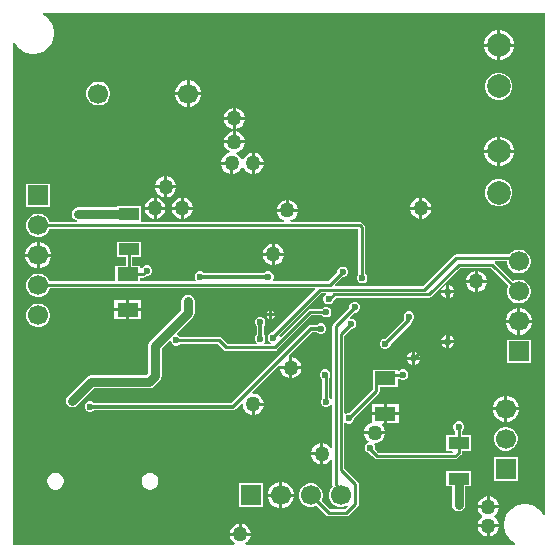
<source format=gbl>
G04*
G04 #@! TF.GenerationSoftware,Altium Limited,Altium Designer,22.8.2 (66)*
G04*
G04 Layer_Physical_Order=2*
G04 Layer_Color=16711680*
%FSLAX44Y44*%
%MOMM*%
G71*
G04*
G04 #@! TF.SameCoordinates,050CC896-B192-49FC-821C-D45D8B1C7AEE*
G04*
G04*
G04 #@! TF.FilePolarity,Positive*
G04*
G01*
G75*
%ADD11C,0.2540*%
%ADD22R,1.8000X1.1500*%
%ADD30R,1.8000X1.0000*%
%ADD60C,0.3000*%
%ADD61C,0.8000*%
%ADD62C,1.7000*%
%ADD63R,1.7000X1.7000*%
%ADD64C,2.0000*%
%ADD65R,1.7000X1.7000*%
%ADD66C,0.2000*%
%ADD67C,0.6000*%
%ADD68C,1.2700*%
G36*
X950000Y475111D02*
X948730Y474859D01*
X948544Y475308D01*
X946624Y478181D01*
X944181Y480624D01*
X941308Y482544D01*
X938116Y483866D01*
X934727Y484540D01*
X931273D01*
X927884Y483866D01*
X924692Y482544D01*
X921819Y480624D01*
X919376Y478181D01*
X917456Y475308D01*
X916134Y472116D01*
X915460Y468727D01*
Y465272D01*
X916134Y461884D01*
X917456Y458692D01*
X919376Y455819D01*
X921819Y453376D01*
X924692Y451456D01*
X925141Y451270D01*
X924889Y450000D01*
X696731D01*
X696391Y451270D01*
X697459Y451886D01*
X699114Y453541D01*
X700284Y455569D01*
X700863Y457730D01*
X683137D01*
X683716Y455569D01*
X684886Y453541D01*
X686541Y451886D01*
X687609Y451270D01*
X687269Y450000D01*
X500000D01*
Y874889D01*
X501270Y875141D01*
X501456Y874692D01*
X503376Y871819D01*
X505819Y869376D01*
X508692Y867456D01*
X511884Y866134D01*
X515272Y865460D01*
X518727D01*
X522116Y866134D01*
X525308Y867456D01*
X528181Y869376D01*
X530624Y871819D01*
X532544Y874692D01*
X533866Y877884D01*
X534540Y881273D01*
Y884727D01*
X533866Y888116D01*
X532544Y891308D01*
X530624Y894181D01*
X528181Y896624D01*
X525308Y898544D01*
X524859Y898730D01*
X525111Y900000D01*
X950000D01*
Y475111D01*
D02*
G37*
%LPC*%
G36*
X912651Y885540D02*
X912270D01*
Y874270D01*
X923540D01*
Y874651D01*
X922685Y877840D01*
X921034Y880700D01*
X918700Y883035D01*
X915840Y884685D01*
X912651Y885540D01*
D02*
G37*
G36*
X909730D02*
X909349D01*
X906160Y884685D01*
X903300Y883035D01*
X900965Y880700D01*
X899315Y877840D01*
X898460Y874651D01*
Y874270D01*
X909730D01*
Y885540D01*
D02*
G37*
G36*
X923540Y871730D02*
X912270D01*
Y860460D01*
X912651D01*
X915840Y861315D01*
X918700Y862965D01*
X921034Y865300D01*
X922685Y868160D01*
X923540Y871349D01*
Y871730D01*
D02*
G37*
G36*
X909730D02*
X898460D01*
Y871349D01*
X899315Y868160D01*
X900965Y865300D01*
X903300Y862965D01*
X906160Y861315D01*
X909349Y860460D01*
X909730D01*
Y871730D01*
D02*
G37*
G36*
X649453Y843040D02*
X649270D01*
Y833270D01*
X659040D01*
Y833454D01*
X658288Y836261D01*
X656834Y838779D01*
X654779Y840834D01*
X652261Y842288D01*
X649453Y843040D01*
D02*
G37*
G36*
X646730D02*
X646547D01*
X643739Y842288D01*
X641221Y840834D01*
X639166Y838779D01*
X637712Y836261D01*
X636960Y833454D01*
Y833270D01*
X646730D01*
Y843040D01*
D02*
G37*
G36*
X912517Y849520D02*
X909483D01*
X906553Y848735D01*
X903926Y847218D01*
X901782Y845073D01*
X900265Y842447D01*
X899480Y839517D01*
Y836483D01*
X900265Y833553D01*
X901782Y830927D01*
X903926Y828782D01*
X906553Y827265D01*
X909483Y826480D01*
X912517D01*
X915447Y827265D01*
X918074Y828782D01*
X920218Y830927D01*
X921735Y833553D01*
X922520Y836483D01*
Y839517D01*
X921735Y842447D01*
X920218Y845073D01*
X918074Y847218D01*
X915447Y848735D01*
X912517Y849520D01*
D02*
G37*
G36*
X573319Y842020D02*
X570681D01*
X568132Y841337D01*
X565848Y840018D01*
X563982Y838152D01*
X562663Y835868D01*
X561980Y833319D01*
Y830681D01*
X562663Y828132D01*
X563982Y825848D01*
X565848Y823982D01*
X568132Y822663D01*
X570681Y821980D01*
X573319D01*
X575868Y822663D01*
X578152Y823982D01*
X580018Y825848D01*
X581337Y828132D01*
X582020Y830681D01*
Y833319D01*
X581337Y835868D01*
X580018Y838152D01*
X578152Y840018D01*
X575868Y841337D01*
X573319Y842020D01*
D02*
G37*
G36*
X659040Y830730D02*
X649270D01*
Y820960D01*
X649453D01*
X652261Y821712D01*
X654779Y823166D01*
X656834Y825221D01*
X658288Y827739D01*
X659040Y830547D01*
Y830730D01*
D02*
G37*
G36*
X646730D02*
X636960D01*
Y830547D01*
X637712Y827739D01*
X639166Y825221D01*
X641221Y823166D01*
X643739Y821712D01*
X646547Y820960D01*
X646730D01*
Y830730D01*
D02*
G37*
G36*
X688270Y819863D02*
Y812270D01*
X695863D01*
X695284Y814431D01*
X694114Y816459D01*
X692459Y818114D01*
X690431Y819284D01*
X688270Y819863D01*
D02*
G37*
G36*
X685730D02*
X683569Y819284D01*
X681541Y818114D01*
X679886Y816459D01*
X678716Y814431D01*
X678137Y812270D01*
X685730D01*
Y819863D01*
D02*
G37*
G36*
X695863Y809730D02*
X688270D01*
Y802137D01*
X690431Y802716D01*
X692459Y803886D01*
X694114Y805541D01*
X695284Y807569D01*
X695863Y809730D01*
D02*
G37*
G36*
X685730D02*
X678137D01*
X678716Y807569D01*
X679886Y805541D01*
X681541Y803886D01*
X683569Y802716D01*
X685730Y802137D01*
Y809730D01*
D02*
G37*
G36*
X688270Y799863D02*
Y792270D01*
X695863D01*
X695284Y794431D01*
X694114Y796459D01*
X692459Y798114D01*
X690431Y799284D01*
X688270Y799863D01*
D02*
G37*
G36*
X685730D02*
X683569Y799284D01*
X681541Y798114D01*
X679886Y796459D01*
X678716Y794431D01*
X678137Y792270D01*
X685730D01*
Y799863D01*
D02*
G37*
G36*
X912651Y795540D02*
X912270D01*
Y784270D01*
X923540D01*
Y784651D01*
X922685Y787840D01*
X921034Y790700D01*
X918700Y793035D01*
X915840Y794685D01*
X912651Y795540D01*
D02*
G37*
G36*
X909730D02*
X909349D01*
X906160Y794685D01*
X903300Y793035D01*
X900965Y790700D01*
X899315Y787840D01*
X898460Y784651D01*
Y784270D01*
X909730D01*
Y795540D01*
D02*
G37*
G36*
X704270Y781863D02*
Y774270D01*
X711863D01*
X711284Y776431D01*
X710114Y778459D01*
X708459Y780114D01*
X706431Y781284D01*
X704270Y781863D01*
D02*
G37*
G36*
X923540Y781730D02*
X912270D01*
Y770460D01*
X912651D01*
X915840Y771315D01*
X918700Y772965D01*
X921034Y775300D01*
X922685Y778160D01*
X923540Y781349D01*
Y781730D01*
D02*
G37*
G36*
X909730D02*
X898460D01*
Y781349D01*
X899315Y778160D01*
X900965Y775300D01*
X903300Y772965D01*
X906160Y771315D01*
X909349Y770460D01*
X909730D01*
Y781730D01*
D02*
G37*
G36*
X711863Y771730D02*
X704270D01*
Y764137D01*
X706431Y764716D01*
X708459Y765886D01*
X710114Y767541D01*
X711284Y769569D01*
X711863Y771730D01*
D02*
G37*
G36*
X695863Y789730D02*
X678137D01*
X678716Y787569D01*
X679886Y785541D01*
X681541Y783886D01*
X683073Y783002D01*
X682893Y781639D01*
X681569Y781284D01*
X679541Y780114D01*
X677886Y778459D01*
X676716Y776431D01*
X676137Y774270D01*
X685000D01*
Y773000D01*
X686270D01*
Y764137D01*
X688431Y764716D01*
X690459Y765886D01*
X692114Y767541D01*
X693284Y769569D01*
X693343Y769787D01*
X694657D01*
X694716Y769569D01*
X695886Y767541D01*
X697541Y765886D01*
X699569Y764716D01*
X701730Y764137D01*
Y773000D01*
Y781863D01*
X699569Y781284D01*
X697541Y780114D01*
X695886Y778459D01*
X694716Y776431D01*
X694657Y776213D01*
X693343D01*
X693284Y776431D01*
X692114Y778459D01*
X690459Y780114D01*
X688927Y780998D01*
X689107Y782361D01*
X690431Y782716D01*
X692459Y783886D01*
X694114Y785541D01*
X695284Y787569D01*
X695863Y789730D01*
D02*
G37*
G36*
X683730Y771730D02*
X676137D01*
X676716Y769569D01*
X677886Y767541D01*
X679541Y765886D01*
X681569Y764716D01*
X683730Y764137D01*
Y771730D01*
D02*
G37*
G36*
X630270Y761863D02*
Y754270D01*
X637863D01*
X637284Y756431D01*
X636114Y758459D01*
X634459Y760114D01*
X632431Y761284D01*
X630270Y761863D01*
D02*
G37*
G36*
X627730D02*
X625569Y761284D01*
X623541Y760114D01*
X621886Y758459D01*
X620716Y756431D01*
X620137Y754270D01*
X627730D01*
Y761863D01*
D02*
G37*
G36*
X637863Y751730D02*
X630270D01*
Y744137D01*
X632431Y744716D01*
X634459Y745886D01*
X636114Y747541D01*
X637284Y749569D01*
X637863Y751730D01*
D02*
G37*
G36*
X627730D02*
X620137D01*
X620716Y749569D01*
X621886Y747541D01*
X623541Y745886D01*
X625569Y744716D01*
X627730Y744137D01*
Y751730D01*
D02*
G37*
G36*
X912517Y759520D02*
X909483D01*
X906553Y758735D01*
X903926Y757218D01*
X901782Y755073D01*
X900265Y752447D01*
X899480Y749517D01*
Y746483D01*
X900265Y743553D01*
X901782Y740927D01*
X903926Y738782D01*
X906553Y737265D01*
X909483Y736480D01*
X912517D01*
X915447Y737265D01*
X918074Y738782D01*
X920218Y740927D01*
X921735Y743553D01*
X922520Y746483D01*
Y749517D01*
X921735Y752447D01*
X920218Y755073D01*
X918074Y757218D01*
X915447Y758735D01*
X912517Y759520D01*
D02*
G37*
G36*
X846270Y743863D02*
Y736270D01*
X853863D01*
X853284Y738431D01*
X852114Y740459D01*
X850459Y742114D01*
X848431Y743284D01*
X846270Y743863D01*
D02*
G37*
G36*
X843730D02*
X841569Y743284D01*
X839541Y742114D01*
X837886Y740459D01*
X836716Y738431D01*
X836137Y736270D01*
X843730D01*
Y743863D01*
D02*
G37*
G36*
X644270D02*
Y736270D01*
X651863D01*
X651284Y738431D01*
X650114Y740459D01*
X648459Y742114D01*
X646431Y743284D01*
X644270Y743863D01*
D02*
G37*
G36*
X641730D02*
X639569Y743284D01*
X637541Y742114D01*
X635886Y740459D01*
X634716Y738431D01*
X634137Y736270D01*
X641730D01*
Y743863D01*
D02*
G37*
G36*
X621270D02*
Y736270D01*
X628863D01*
X628284Y738431D01*
X627114Y740459D01*
X625459Y742114D01*
X623431Y743284D01*
X621270Y743863D01*
D02*
G37*
G36*
X618730D02*
X616569Y743284D01*
X614541Y742114D01*
X612886Y740459D01*
X611716Y738431D01*
X611137Y736270D01*
X618730D01*
Y743863D01*
D02*
G37*
G36*
X531020Y755820D02*
X510980D01*
Y735780D01*
X531020D01*
Y755820D01*
D02*
G37*
G36*
X608520Y736520D02*
X587480D01*
Y735628D01*
X555001D01*
X555000Y735628D01*
X552846Y735200D01*
X551020Y733980D01*
X549800Y732154D01*
X549372Y730000D01*
X549800Y727846D01*
X551020Y726020D01*
X551021Y726020D01*
X552846Y724800D01*
X554281Y724515D01*
X554156Y723245D01*
X530611D01*
X530337Y724268D01*
X529018Y726552D01*
X527152Y728418D01*
X524868Y729737D01*
X522319Y730420D01*
X519681D01*
X517132Y729737D01*
X514848Y728418D01*
X512982Y726552D01*
X511663Y724268D01*
X510980Y721719D01*
Y719081D01*
X511663Y716532D01*
X512982Y714248D01*
X514848Y712382D01*
X517132Y711063D01*
X519681Y710380D01*
X522319D01*
X524868Y711063D01*
X527152Y712382D01*
X529018Y714248D01*
X530337Y716532D01*
X530611Y717555D01*
X792155D01*
Y678981D01*
X791452Y678277D01*
X790763Y676616D01*
Y674817D01*
X791452Y673156D01*
X792723Y671885D01*
X794384Y671197D01*
X796183D01*
X797844Y671885D01*
X799115Y673156D01*
X799803Y674817D01*
Y676616D01*
X799115Y678277D01*
X797845Y679548D01*
Y718912D01*
X797628Y720001D01*
X797011Y720924D01*
X795524Y722411D01*
X794601Y723028D01*
X793512Y723245D01*
X734848D01*
X734681Y724515D01*
X735431Y724716D01*
X737459Y725886D01*
X739114Y727541D01*
X740284Y729569D01*
X740863Y731730D01*
X723137D01*
X723716Y729569D01*
X724886Y727541D01*
X726541Y725886D01*
X728569Y724716D01*
X729319Y724515D01*
X729152Y723245D01*
X609693D01*
X608520Y723480D01*
X608520Y724515D01*
Y736520D01*
D02*
G37*
G36*
X733270Y741863D02*
Y734270D01*
X740863D01*
X740284Y736431D01*
X739114Y738459D01*
X737459Y740114D01*
X735431Y741284D01*
X733270Y741863D01*
D02*
G37*
G36*
X730730D02*
X728569Y741284D01*
X726541Y740114D01*
X724886Y738459D01*
X723716Y736431D01*
X723137Y734270D01*
X730730D01*
Y741863D01*
D02*
G37*
G36*
X853863Y733730D02*
X846270D01*
Y726137D01*
X848431Y726716D01*
X850459Y727886D01*
X852114Y729541D01*
X853284Y731569D01*
X853863Y733730D01*
D02*
G37*
G36*
X843730D02*
X836137D01*
X836716Y731569D01*
X837886Y729541D01*
X839541Y727886D01*
X841569Y726716D01*
X843730Y726137D01*
Y733730D01*
D02*
G37*
G36*
X651863D02*
X644270D01*
Y726137D01*
X646431Y726716D01*
X648459Y727886D01*
X650114Y729541D01*
X651284Y731569D01*
X651863Y733730D01*
D02*
G37*
G36*
X641730D02*
X634137D01*
X634716Y731569D01*
X635886Y729541D01*
X637541Y727886D01*
X639569Y726716D01*
X641730Y726137D01*
Y733730D01*
D02*
G37*
G36*
X628863D02*
X621270D01*
Y726137D01*
X623431Y726716D01*
X625459Y727886D01*
X627114Y729541D01*
X628284Y731569D01*
X628863Y733730D01*
D02*
G37*
G36*
X618730D02*
X611137D01*
X611716Y731569D01*
X612886Y729541D01*
X614541Y727886D01*
X616569Y726716D01*
X618730Y726137D01*
Y733730D01*
D02*
G37*
G36*
X721270Y704863D02*
Y697270D01*
X728863D01*
X728284Y699431D01*
X727114Y701459D01*
X725459Y703114D01*
X723431Y704284D01*
X721270Y704863D01*
D02*
G37*
G36*
X718730D02*
X716569Y704284D01*
X714541Y703114D01*
X712886Y701459D01*
X711716Y699431D01*
X711137Y697270D01*
X718730D01*
Y704863D01*
D02*
G37*
G36*
X522453Y706040D02*
X522270D01*
Y696270D01*
X532040D01*
Y696453D01*
X531288Y699261D01*
X529834Y701779D01*
X527779Y703834D01*
X525261Y705288D01*
X522453Y706040D01*
D02*
G37*
G36*
X519730D02*
X519547D01*
X516739Y705288D01*
X514221Y703834D01*
X512166Y701779D01*
X510712Y699261D01*
X509960Y696453D01*
Y696270D01*
X519730D01*
Y706040D01*
D02*
G37*
G36*
X728863Y694730D02*
X721270D01*
Y687137D01*
X723431Y687716D01*
X725459Y688886D01*
X727114Y690541D01*
X728284Y692569D01*
X728863Y694730D01*
D02*
G37*
G36*
X718730D02*
X711137D01*
X711716Y692569D01*
X712886Y690541D01*
X714541Y688886D01*
X716569Y687716D01*
X718730Y687137D01*
Y694730D01*
D02*
G37*
G36*
X532040Y693730D02*
X522270D01*
Y683960D01*
X522453D01*
X525261Y684712D01*
X527779Y686166D01*
X529834Y688221D01*
X531288Y690739D01*
X532040Y693547D01*
Y693730D01*
D02*
G37*
G36*
X519730D02*
X509960D01*
Y693547D01*
X510712Y690739D01*
X512166Y688221D01*
X514221Y686166D01*
X516739Y684712D01*
X519547Y683960D01*
X519730D01*
Y693730D01*
D02*
G37*
G36*
X608520Y706520D02*
X587480D01*
Y693480D01*
X595155D01*
Y686270D01*
X586480D01*
Y672965D01*
X530472D01*
X530337Y673468D01*
X529018Y675752D01*
X527152Y677618D01*
X524868Y678937D01*
X522319Y679620D01*
X519681D01*
X517132Y678937D01*
X514848Y677618D01*
X512982Y675752D01*
X511663Y673468D01*
X510980Y670919D01*
Y668281D01*
X511663Y665732D01*
X512982Y663448D01*
X514848Y661582D01*
X517132Y660263D01*
X519681Y659580D01*
X522319D01*
X524868Y660263D01*
X527152Y661582D01*
X529018Y663448D01*
X530337Y665732D01*
X530751Y667275D01*
X755266D01*
X755752Y666102D01*
X719460Y629810D01*
X719000D01*
X717339Y629122D01*
X716067Y627850D01*
X715379Y626189D01*
Y624391D01*
X716067Y622730D01*
X717339Y621458D01*
X718168Y621115D01*
X717915Y619845D01*
X712463D01*
X711937Y621115D01*
X712832Y622010D01*
X713520Y623671D01*
Y625469D01*
X712832Y627130D01*
X712079Y627883D01*
Y634877D01*
X712832Y635630D01*
X713520Y637291D01*
Y639089D01*
X712832Y640750D01*
X711560Y642022D01*
X709899Y642710D01*
X708101D01*
X706440Y642022D01*
X705168Y640750D01*
X704480Y639089D01*
Y637291D01*
X705168Y635630D01*
X705921Y634877D01*
Y627883D01*
X705168Y627130D01*
X704480Y625469D01*
Y623671D01*
X705168Y622010D01*
X706063Y621115D01*
X705537Y619845D01*
X681652D01*
X676485Y625011D01*
X675562Y625628D01*
X674473Y625845D01*
X641548D01*
X640560Y626832D01*
X638899Y627520D01*
X638784D01*
X638258Y628790D01*
X651980Y642512D01*
X653200Y644338D01*
X653628Y646492D01*
Y656000D01*
X653200Y658154D01*
X651980Y659980D01*
X650154Y661200D01*
X648000Y661628D01*
X645846Y661200D01*
X644020Y659980D01*
X642800Y658154D01*
X642372Y656000D01*
Y648823D01*
X616020Y622471D01*
X614800Y620645D01*
X614372Y618492D01*
Y595018D01*
X612982Y593628D01*
X566000D01*
X563846Y593200D01*
X562020Y591980D01*
X546020Y575980D01*
X544800Y574154D01*
X544372Y572000D01*
X544800Y569846D01*
X546020Y568020D01*
X547846Y566800D01*
X550000Y566372D01*
X552154Y566800D01*
X553980Y568020D01*
X568331Y582372D01*
X615314D01*
X617467Y582800D01*
X619293Y584020D01*
X623980Y588707D01*
X625200Y590532D01*
X625628Y592686D01*
Y616160D01*
X632210Y622742D01*
X633480Y622216D01*
Y622101D01*
X634168Y620440D01*
X635440Y619168D01*
X637101Y618480D01*
X638899D01*
X640560Y619168D01*
X641548Y620155D01*
X673295D01*
X678462Y614989D01*
X679385Y614372D01*
X680473Y614155D01*
X721240D01*
X722328Y614372D01*
X723251Y614989D01*
X752407Y644145D01*
X761255D01*
X762242Y643157D01*
X763903Y642469D01*
X765702D01*
X767363Y643157D01*
X768634Y644429D01*
X769322Y646090D01*
Y647888D01*
X768634Y649550D01*
X767363Y650821D01*
X765702Y651509D01*
X763903D01*
X762242Y650821D01*
X761255Y649834D01*
X751229D01*
X750141Y649617D01*
X749218Y649001D01*
X726375Y626158D01*
X724992Y626571D01*
X724867Y627172D01*
X760911Y663215D01*
X764461D01*
X764714Y661945D01*
X764440Y661832D01*
X763168Y660560D01*
X762480Y658899D01*
Y657101D01*
X763168Y655440D01*
X764440Y654168D01*
X766101Y653480D01*
X767899D01*
X769560Y654168D01*
X770832Y655440D01*
X771520Y657101D01*
Y657561D01*
X773115Y659155D01*
X852000D01*
X853089Y659372D01*
X854012Y659988D01*
X878178Y684155D01*
X904222D01*
X919192Y669185D01*
X918663Y668268D01*
X917980Y665719D01*
Y663081D01*
X918663Y660532D01*
X919982Y658248D01*
X921848Y656382D01*
X924132Y655063D01*
X926681Y654380D01*
X929319D01*
X931868Y655063D01*
X934152Y656382D01*
X936018Y658248D01*
X937337Y660532D01*
X938020Y663081D01*
Y665719D01*
X937337Y668268D01*
X936018Y670552D01*
X934152Y672418D01*
X931868Y673737D01*
X929319Y674420D01*
X926681D01*
X924132Y673737D01*
X923215Y673208D01*
X907538Y688885D01*
X907611Y689409D01*
X907986Y690155D01*
X917980D01*
Y688481D01*
X918663Y685932D01*
X919982Y683648D01*
X921848Y681782D01*
X924132Y680463D01*
X926681Y679780D01*
X929319D01*
X931868Y680463D01*
X934152Y681782D01*
X936018Y683648D01*
X937337Y685932D01*
X938020Y688481D01*
Y691119D01*
X937337Y693668D01*
X936018Y695952D01*
X934152Y697818D01*
X931868Y699137D01*
X929319Y699820D01*
X926681D01*
X924132Y699137D01*
X921848Y697818D01*
X919982Y695952D01*
X919854Y695731D01*
X919282Y695845D01*
X875000D01*
X873911Y695628D01*
X872989Y695012D01*
X846882Y668905D01*
X772587D01*
X772101Y670078D01*
X778503Y676480D01*
X779899D01*
X781560Y677168D01*
X782832Y678440D01*
X783520Y680101D01*
Y681899D01*
X782832Y683560D01*
X781560Y684832D01*
X779899Y685520D01*
X778101D01*
X776440Y684832D01*
X775168Y683560D01*
X774480Y681899D01*
Y680503D01*
X766942Y672965D01*
X720153D01*
X719627Y674235D01*
X719832Y674440D01*
X720520Y676101D01*
Y677899D01*
X719832Y679560D01*
X718560Y680832D01*
X716899Y681520D01*
X715101D01*
X713440Y680832D01*
X712687Y680079D01*
X661313D01*
X660560Y680832D01*
X658899Y681520D01*
X657101D01*
X655440Y680832D01*
X654168Y679560D01*
X653480Y677899D01*
Y676101D01*
X654168Y674440D01*
X654373Y674235D01*
X653847Y672965D01*
X607520D01*
Y676155D01*
X609810D01*
X610899Y676372D01*
X611822Y676989D01*
X612313Y677480D01*
X613899D01*
X615560Y678168D01*
X616832Y679440D01*
X617520Y681101D01*
Y682899D01*
X616832Y684560D01*
X615560Y685832D01*
X613899Y686520D01*
X612101D01*
X610440Y685832D01*
X609168Y684560D01*
X608790Y683648D01*
X607520Y683900D01*
Y686270D01*
X600845D01*
Y693480D01*
X608520D01*
Y706520D01*
D02*
G37*
G36*
X893270Y681863D02*
Y674270D01*
X900863D01*
X900284Y676431D01*
X899114Y678459D01*
X897459Y680114D01*
X895431Y681284D01*
X893270Y681863D01*
D02*
G37*
G36*
X890730D02*
X888569Y681284D01*
X886541Y680114D01*
X884886Y678459D01*
X883716Y676431D01*
X883137Y674270D01*
X890730D01*
Y681863D01*
D02*
G37*
G36*
X869270Y669470D02*
Y665270D01*
X873470D01*
X872697Y667138D01*
X871138Y668697D01*
X869270Y669470D01*
D02*
G37*
G36*
X866730D02*
X864862Y668697D01*
X863303Y667138D01*
X862530Y665270D01*
X866730D01*
Y669470D01*
D02*
G37*
G36*
X900863Y671730D02*
X893270D01*
Y664137D01*
X895431Y664716D01*
X897459Y665886D01*
X899114Y667541D01*
X900284Y669569D01*
X900863Y671730D01*
D02*
G37*
G36*
X890730D02*
X883137D01*
X883716Y669569D01*
X884886Y667541D01*
X886541Y665886D01*
X888569Y664716D01*
X890730Y664137D01*
Y671730D01*
D02*
G37*
G36*
X873470Y662730D02*
X869270D01*
Y658530D01*
X871138Y659303D01*
X872697Y660862D01*
X873470Y662730D01*
D02*
G37*
G36*
X866730D02*
X862530D01*
X863303Y660862D01*
X864862Y659303D01*
X866730Y658530D01*
Y662730D01*
D02*
G37*
G36*
X608540Y657290D02*
X598270D01*
Y650270D01*
X608540D01*
Y657290D01*
D02*
G37*
G36*
X595730D02*
X585460D01*
Y650270D01*
X595730D01*
Y657290D01*
D02*
G37*
G36*
X719282Y648109D02*
Y646074D01*
X721317D01*
X721013Y646809D01*
X720017Y647805D01*
X719282Y648109D01*
D02*
G37*
G36*
X716742D02*
X716006Y647805D01*
X715011Y646809D01*
X714706Y646074D01*
X716742D01*
Y648109D01*
D02*
G37*
G36*
X721317Y643534D02*
X719282D01*
Y641498D01*
X720017Y641803D01*
X721013Y642798D01*
X721317Y643534D01*
D02*
G37*
G36*
X716742D02*
X714706D01*
X715011Y642798D01*
X716006Y641803D01*
X716742Y641498D01*
Y643534D01*
D02*
G37*
G36*
X608540Y647730D02*
X598270D01*
Y640710D01*
X608540D01*
Y647730D01*
D02*
G37*
G36*
X595730D02*
X585460D01*
Y640710D01*
X595730D01*
Y647730D01*
D02*
G37*
G36*
X929453Y650040D02*
X929270D01*
Y640270D01*
X939040D01*
Y640453D01*
X938288Y643261D01*
X936834Y645779D01*
X934779Y647834D01*
X932261Y649288D01*
X929453Y650040D01*
D02*
G37*
G36*
X926730D02*
X926547D01*
X923739Y649288D01*
X921221Y647834D01*
X919166Y645779D01*
X917712Y643261D01*
X916960Y640453D01*
Y640270D01*
X926730D01*
Y650040D01*
D02*
G37*
G36*
X522319Y654220D02*
X519681D01*
X517132Y653537D01*
X514848Y652218D01*
X512982Y650352D01*
X511663Y648068D01*
X510980Y645519D01*
Y642881D01*
X511663Y640332D01*
X512982Y638048D01*
X514848Y636182D01*
X517132Y634863D01*
X519681Y634180D01*
X522319D01*
X524868Y634863D01*
X527152Y636182D01*
X529018Y638048D01*
X530337Y640332D01*
X531020Y642881D01*
Y645519D01*
X530337Y648068D01*
X529018Y650352D01*
X527152Y652218D01*
X524868Y653537D01*
X522319Y654220D01*
D02*
G37*
G36*
X761121Y637298D02*
X759323D01*
X757662Y636610D01*
X756909Y635857D01*
X751778D01*
X750600Y635623D01*
X749601Y634955D01*
X684725Y570079D01*
X568313D01*
X567560Y570832D01*
X565899Y571520D01*
X564101D01*
X562440Y570832D01*
X561168Y569560D01*
X560480Y567899D01*
Y566101D01*
X561168Y564440D01*
X562440Y563168D01*
X564101Y562480D01*
X565899D01*
X567560Y563168D01*
X568313Y563921D01*
X686000D01*
X687178Y564155D01*
X688177Y564823D01*
X692840Y569485D01*
X694110Y568959D01*
Y567830D01*
X694716Y565569D01*
X695886Y563541D01*
X697541Y561886D01*
X699569Y560716D01*
X701730Y560137D01*
Y569000D01*
X703000D01*
Y570270D01*
X711863D01*
X711284Y572431D01*
X710114Y574459D01*
X708459Y576114D01*
X706431Y577284D01*
X704170Y577890D01*
X703041D01*
X702515Y579160D01*
X725063Y601708D01*
X725676Y601270D01*
X733730D01*
Y609324D01*
X733292Y609937D01*
X753054Y629699D01*
X756909D01*
X757662Y628946D01*
X759323Y628258D01*
X761121D01*
X762782Y628946D01*
X764054Y630218D01*
X764742Y631879D01*
Y633677D01*
X764054Y635338D01*
X762782Y636610D01*
X761121Y637298D01*
D02*
G37*
G36*
X939040Y637730D02*
X929270D01*
Y627960D01*
X929453D01*
X932261Y628712D01*
X934779Y630166D01*
X936834Y632221D01*
X938288Y634739D01*
X939040Y637547D01*
Y637730D01*
D02*
G37*
G36*
X926730D02*
X916960D01*
Y637547D01*
X917712Y634739D01*
X919166Y632221D01*
X921221Y630166D01*
X923739Y628712D01*
X926547Y627960D01*
X926730D01*
Y637730D01*
D02*
G37*
G36*
X869270Y627470D02*
Y623270D01*
X873470D01*
X872697Y625138D01*
X871138Y626697D01*
X869270Y627470D01*
D02*
G37*
G36*
X866730D02*
X864862Y626697D01*
X863303Y625138D01*
X862530Y623270D01*
X866730D01*
Y627470D01*
D02*
G37*
G36*
X873470Y620730D02*
X869270D01*
Y616530D01*
X871138Y617303D01*
X872697Y618862D01*
X873470Y620730D01*
D02*
G37*
G36*
X866730D02*
X862530D01*
X863303Y618862D01*
X864862Y617303D01*
X866730Y616530D01*
Y620730D01*
D02*
G37*
G36*
X835899Y647520D02*
X834101D01*
X832440Y646832D01*
X831168Y645560D01*
X830480Y643899D01*
Y642101D01*
X831144Y640498D01*
X815165Y624520D01*
X814101D01*
X812440Y623832D01*
X811168Y622560D01*
X810480Y620899D01*
Y619101D01*
X811168Y617440D01*
X812440Y616168D01*
X814101Y615480D01*
X815899D01*
X817560Y616168D01*
X818832Y617440D01*
X819520Y619101D01*
Y620165D01*
X836603Y637249D01*
X837271Y638248D01*
X837444Y639120D01*
X837560Y639168D01*
X838832Y640440D01*
X839520Y642101D01*
Y643899D01*
X838832Y645560D01*
X837560Y646832D01*
X835899Y647520D01*
D02*
G37*
G36*
X840270Y613470D02*
Y609270D01*
X844470D01*
X843697Y611138D01*
X842138Y612697D01*
X840270Y613470D01*
D02*
G37*
G36*
X837730D02*
X835862Y612697D01*
X834303Y611138D01*
X833530Y609270D01*
X837730D01*
Y613470D01*
D02*
G37*
G36*
X938020Y623620D02*
X917980D01*
Y603580D01*
X938020D01*
Y623620D01*
D02*
G37*
G36*
X844470Y606730D02*
X840270D01*
Y602530D01*
X842138Y603303D01*
X843697Y604862D01*
X844470Y606730D01*
D02*
G37*
G36*
X837730D02*
X833530D01*
X834303Y604862D01*
X835862Y603303D01*
X837730Y602530D01*
Y606730D01*
D02*
G37*
G36*
X736270Y608863D02*
Y601270D01*
X743863D01*
X743284Y603431D01*
X742114Y605459D01*
X740459Y607114D01*
X738431Y608284D01*
X736270Y608863D01*
D02*
G37*
G36*
X743863Y598730D02*
X736270D01*
Y591137D01*
X738431Y591716D01*
X740459Y592886D01*
X742114Y594541D01*
X743284Y596569D01*
X743863Y598730D01*
D02*
G37*
G36*
X733730D02*
X726137D01*
X726716Y596569D01*
X727886Y594541D01*
X729541Y592886D01*
X731569Y591716D01*
X733730Y591137D01*
Y598730D01*
D02*
G37*
G36*
X789899Y655520D02*
X788101D01*
X786440Y654832D01*
X785168Y653560D01*
X784480Y651899D01*
Y650503D01*
X770988Y637011D01*
X770372Y636089D01*
X770155Y635000D01*
Y573684D01*
X768885Y573431D01*
X768832Y573560D01*
X767560Y574832D01*
X767345Y574921D01*
Y590992D01*
X767792Y591440D01*
X768480Y593101D01*
Y594899D01*
X767792Y596560D01*
X766520Y597832D01*
X764859Y598520D01*
X763061D01*
X761400Y597832D01*
X760128Y596560D01*
X759440Y594899D01*
Y593101D01*
X760128Y591440D01*
X761400Y590168D01*
X761655Y590062D01*
Y574048D01*
X761168Y573560D01*
X760480Y571899D01*
Y570101D01*
X761168Y568440D01*
X762440Y567168D01*
X764101Y566480D01*
X765899D01*
X767560Y567168D01*
X768832Y568440D01*
X768885Y568569D01*
X770155Y568316D01*
Y531463D01*
X768885Y531122D01*
X768114Y532459D01*
X766459Y534114D01*
X764431Y535284D01*
X762270Y535863D01*
Y527000D01*
Y518137D01*
X764431Y518716D01*
X766459Y519886D01*
X768114Y521541D01*
X768885Y522878D01*
X770155Y522537D01*
Y500313D01*
X770372Y499224D01*
X770405Y499175D01*
X769382Y498152D01*
X768063Y495868D01*
X767380Y493319D01*
Y490681D01*
X768063Y488132D01*
X769382Y485848D01*
X771248Y483982D01*
X773532Y482663D01*
X776081Y481980D01*
X778719D01*
X781268Y482663D01*
X782631Y483450D01*
X783411Y482434D01*
X780822Y479845D01*
X768178D01*
X760808Y487215D01*
X761337Y488132D01*
X762020Y490681D01*
Y493319D01*
X761337Y495868D01*
X760018Y498152D01*
X758152Y500018D01*
X755868Y501337D01*
X753319Y502020D01*
X750681D01*
X748132Y501337D01*
X745848Y500018D01*
X743982Y498152D01*
X742663Y495868D01*
X741980Y493319D01*
Y490681D01*
X742663Y488132D01*
X743982Y485848D01*
X745848Y483982D01*
X748132Y482663D01*
X750681Y481980D01*
X753319D01*
X755868Y482663D01*
X756785Y483192D01*
X764988Y474989D01*
X765911Y474372D01*
X767000Y474155D01*
X782000D01*
X783089Y474372D01*
X784012Y474989D01*
X791721Y482699D01*
X792338Y483621D01*
X792555Y484710D01*
Y501000D01*
X792338Y502089D01*
X791721Y503012D01*
X780035Y514698D01*
Y552777D01*
X781305Y553303D01*
X781440Y553168D01*
X783101Y552480D01*
X784899D01*
X786560Y553168D01*
X787832Y554440D01*
X788520Y556101D01*
Y557497D01*
X809281Y578258D01*
X809898Y579181D01*
X810114Y580270D01*
Y583730D01*
X825520D01*
Y590341D01*
X826790Y590818D01*
X827440Y590168D01*
X829101Y589480D01*
X830899D01*
X832560Y590168D01*
X833832Y591440D01*
X834520Y593101D01*
Y594899D01*
X833832Y596560D01*
X832560Y597832D01*
X830899Y598520D01*
X829101D01*
X827440Y597832D01*
X826790Y597182D01*
X825520Y597659D01*
Y598270D01*
X804480D01*
Y586795D01*
X804425Y586520D01*
Y581448D01*
X784497Y561520D01*
X783101D01*
X781440Y560832D01*
X781305Y560697D01*
X780035Y561223D01*
Y627012D01*
X785503Y632480D01*
X786899D01*
X788560Y633168D01*
X789832Y634440D01*
X790520Y636101D01*
Y637899D01*
X789832Y639560D01*
X788560Y640832D01*
X786899Y641520D01*
X785339D01*
X784882Y642188D01*
X784716Y642693D01*
X788503Y646480D01*
X789899D01*
X791560Y647168D01*
X792832Y648440D01*
X793520Y650101D01*
Y651899D01*
X792832Y653560D01*
X791560Y654832D01*
X789899Y655520D01*
D02*
G37*
G36*
X918453Y576040D02*
X918270D01*
Y566270D01*
X928040D01*
Y566453D01*
X927288Y569261D01*
X925834Y571779D01*
X923779Y573834D01*
X921261Y575288D01*
X918453Y576040D01*
D02*
G37*
G36*
X915730D02*
X915547D01*
X912739Y575288D01*
X910221Y573834D01*
X908166Y571779D01*
X906712Y569261D01*
X905960Y566453D01*
Y566270D01*
X915730D01*
Y576040D01*
D02*
G37*
G36*
X826540Y569290D02*
X816270D01*
Y562270D01*
X826540D01*
Y569290D01*
D02*
G37*
G36*
X813730D02*
X803460D01*
Y562270D01*
X813730D01*
Y569290D01*
D02*
G37*
G36*
X711863Y567730D02*
X704270D01*
Y560137D01*
X706431Y560716D01*
X708459Y561886D01*
X710114Y563541D01*
X711284Y565569D01*
X711863Y567730D01*
D02*
G37*
G36*
X928040Y563730D02*
X918270D01*
Y553960D01*
X918453D01*
X921261Y554712D01*
X923779Y556166D01*
X925834Y558221D01*
X927288Y560739D01*
X928040Y563546D01*
Y563730D01*
D02*
G37*
G36*
X915730D02*
X905960D01*
Y563546D01*
X906712Y560739D01*
X908166Y558221D01*
X910221Y556166D01*
X912739Y554712D01*
X915547Y553960D01*
X915730D01*
Y563730D01*
D02*
G37*
G36*
X826540Y559730D02*
X816270D01*
Y552710D01*
X826540D01*
Y559730D01*
D02*
G37*
G36*
X813730D02*
X803460D01*
Y553523D01*
X802569Y553284D01*
X800541Y552114D01*
X798886Y550459D01*
X797716Y548431D01*
X797137Y546270D01*
X814863D01*
X814284Y548431D01*
X813114Y550459D01*
X812133Y551440D01*
X812659Y552710D01*
X813730D01*
Y559730D01*
D02*
G37*
G36*
X918319Y549620D02*
X915681D01*
X913132Y548937D01*
X910848Y547618D01*
X908982Y545752D01*
X907663Y543468D01*
X906980Y540919D01*
Y538281D01*
X907663Y535732D01*
X908982Y533448D01*
X910848Y531582D01*
X913132Y530263D01*
X915681Y529580D01*
X918319D01*
X920868Y530263D01*
X923152Y531582D01*
X925018Y533448D01*
X926337Y535732D01*
X927020Y538281D01*
Y540919D01*
X926337Y543468D01*
X925018Y545752D01*
X923152Y547618D01*
X920868Y548937D01*
X918319Y549620D01*
D02*
G37*
G36*
X759730Y535863D02*
X757569Y535284D01*
X755541Y534114D01*
X753886Y532459D01*
X752716Y530431D01*
X752137Y528270D01*
X759730D01*
Y535863D01*
D02*
G37*
G36*
X877899Y554520D02*
X876101D01*
X874440Y553832D01*
X873168Y552560D01*
X872480Y550899D01*
Y549101D01*
X873168Y547440D01*
X874155Y546452D01*
Y542520D01*
X866480D01*
Y529480D01*
X871529D01*
X872208Y528210D01*
X871964Y527845D01*
X809178D01*
X808344Y528679D01*
X808215Y528871D01*
X806364Y530723D01*
X806520Y531101D01*
Y532899D01*
X805832Y534560D01*
X805552Y534840D01*
X806078Y536110D01*
X807170D01*
X809431Y536716D01*
X811459Y537886D01*
X813114Y539541D01*
X814284Y541569D01*
X814863Y543730D01*
X797137D01*
X797716Y541569D01*
X798886Y539541D01*
X800541Y537886D01*
X800872Y537695D01*
X800874Y537685D01*
X800674Y536343D01*
X799440Y535832D01*
X798168Y534560D01*
X797480Y532899D01*
Y531101D01*
X798168Y529440D01*
X799440Y528168D01*
X801101Y527480D01*
X801561D01*
X804064Y524977D01*
X804193Y524785D01*
X805988Y522989D01*
X806911Y522372D01*
X808000Y522155D01*
X874000D01*
X875089Y522372D01*
X876012Y522989D01*
X879012Y525989D01*
X879628Y526911D01*
X879845Y528000D01*
Y529480D01*
X887520D01*
Y542520D01*
X879845D01*
Y546452D01*
X880832Y547440D01*
X881520Y549101D01*
Y550899D01*
X880832Y552560D01*
X879560Y553832D01*
X877899Y554520D01*
D02*
G37*
G36*
X759730Y525730D02*
X752137D01*
X752716Y523569D01*
X753886Y521541D01*
X755541Y519886D01*
X757569Y518716D01*
X759730Y518137D01*
Y525730D01*
D02*
G37*
G36*
X927020Y524220D02*
X906980D01*
Y504180D01*
X927020D01*
Y524220D01*
D02*
G37*
G36*
X616767Y510793D02*
X614913D01*
X613123Y510313D01*
X611517Y509386D01*
X610207Y508075D01*
X609280Y506470D01*
X608800Y504679D01*
Y502826D01*
X609280Y501035D01*
X610207Y499430D01*
X611517Y498119D01*
X613123Y497192D01*
X614913Y496712D01*
X616767D01*
X618557Y497192D01*
X620163Y498119D01*
X621473Y499430D01*
X622400Y501035D01*
X622880Y502826D01*
Y504679D01*
X622400Y506470D01*
X621473Y508075D01*
X620163Y509386D01*
X618557Y510313D01*
X616767Y510793D01*
D02*
G37*
G36*
X536767D02*
X534913D01*
X533123Y510313D01*
X531517Y509386D01*
X530207Y508075D01*
X529280Y506470D01*
X528800Y504679D01*
Y502826D01*
X529280Y501035D01*
X530207Y499430D01*
X531517Y498119D01*
X533123Y497192D01*
X534913Y496712D01*
X536767D01*
X538557Y497192D01*
X540163Y498119D01*
X541473Y499430D01*
X542400Y501035D01*
X542880Y502826D01*
Y504679D01*
X542400Y506470D01*
X541473Y508075D01*
X540163Y509386D01*
X538557Y510313D01*
X536767Y510793D01*
D02*
G37*
G36*
X728053Y503040D02*
X727870D01*
Y493270D01*
X737640D01*
Y493453D01*
X736888Y496261D01*
X735434Y498779D01*
X733379Y500834D01*
X730861Y502288D01*
X728053Y503040D01*
D02*
G37*
G36*
X725330D02*
X725147D01*
X722339Y502288D01*
X719821Y500834D01*
X717766Y498779D01*
X716312Y496261D01*
X715560Y493453D01*
Y493270D01*
X725330D01*
Y503040D01*
D02*
G37*
G36*
X903270Y490863D02*
Y483270D01*
X910863D01*
X910284Y485431D01*
X909114Y487459D01*
X907459Y489114D01*
X905431Y490284D01*
X903270Y490863D01*
D02*
G37*
G36*
X900730D02*
X898569Y490284D01*
X896541Y489114D01*
X894886Y487459D01*
X893716Y485431D01*
X893137Y483270D01*
X900730D01*
Y490863D01*
D02*
G37*
G36*
X711220Y502020D02*
X691180D01*
Y481980D01*
X711220D01*
Y502020D01*
D02*
G37*
G36*
X737640Y490730D02*
X727870D01*
Y480960D01*
X728053D01*
X730861Y481712D01*
X733379Y483166D01*
X735434Y485221D01*
X736888Y487739D01*
X737640Y490547D01*
Y490730D01*
D02*
G37*
G36*
X725330D02*
X715560D01*
Y490547D01*
X716312Y487739D01*
X717766Y485221D01*
X719821Y483166D01*
X722339Y481712D01*
X725147Y480960D01*
X725330D01*
Y490730D01*
D02*
G37*
G36*
X887520Y512520D02*
X866480D01*
Y499480D01*
X871372D01*
Y484000D01*
X871800Y481846D01*
X873020Y480020D01*
X874846Y478800D01*
X877000Y478372D01*
X879154Y478800D01*
X880980Y480020D01*
X882200Y481846D01*
X882628Y484000D01*
Y499480D01*
X887520D01*
Y512520D01*
D02*
G37*
G36*
X910863Y480730D02*
X893137D01*
X893716Y478569D01*
X894886Y476541D01*
X896541Y474886D01*
X896976Y474635D01*
Y473365D01*
X896541Y473114D01*
X894886Y471459D01*
X893716Y469431D01*
X893137Y467270D01*
X910863D01*
X910284Y469431D01*
X909114Y471459D01*
X907459Y473114D01*
X907023Y473365D01*
Y474635D01*
X907459Y474886D01*
X909114Y476541D01*
X910284Y478569D01*
X910863Y480730D01*
D02*
G37*
G36*
X693270Y467863D02*
Y460270D01*
X700863D01*
X700284Y462431D01*
X699114Y464459D01*
X697459Y466114D01*
X695431Y467284D01*
X693270Y467863D01*
D02*
G37*
G36*
X690730D02*
X688569Y467284D01*
X686541Y466114D01*
X684886Y464459D01*
X683716Y462431D01*
X683137Y460270D01*
X690730D01*
Y467863D01*
D02*
G37*
G36*
X910863Y464730D02*
X903270D01*
Y457137D01*
X905431Y457716D01*
X907459Y458886D01*
X909114Y460541D01*
X910284Y462569D01*
X910863Y464730D01*
D02*
G37*
G36*
X900730D02*
X893137D01*
X893716Y462569D01*
X894886Y460541D01*
X896541Y458886D01*
X898569Y457716D01*
X900730Y457137D01*
Y464730D01*
D02*
G37*
%LPD*%
D11*
X759733Y666060D02*
X848060D01*
X719899Y626226D02*
X759733Y666060D01*
X719899Y625290D02*
Y626226D01*
X751229Y646989D02*
X764802D01*
X721240Y617000D02*
X751229Y646989D01*
X680473Y617000D02*
X721240D01*
X674473Y623000D02*
X680473Y617000D01*
X638000Y623000D02*
X674473D01*
X875000Y693000D02*
X919282D01*
X848060Y666060D02*
X875000Y693000D01*
X919282D02*
X919715Y692567D01*
X925233D01*
X928000Y689800D01*
X852000Y662000D02*
X877000Y687000D01*
X771936Y662000D02*
X852000D01*
X877000Y687000D02*
X905400D01*
X928000Y664400D01*
X839000Y608000D02*
X853000Y622000D01*
X868000D01*
Y664000D01*
X767936Y658000D02*
X771936Y662000D01*
X767000Y658000D02*
X767936D01*
X795000Y676000D02*
Y718912D01*
Y676000D02*
X795284Y675716D01*
X521520Y670120D02*
X768120D01*
X779000Y681000D01*
X521000Y669600D02*
X521520Y670120D01*
X521000Y720400D02*
X793512D01*
X795000Y718912D01*
X773000Y635000D02*
X789000Y651000D01*
X777190Y513520D02*
Y628190D01*
X786000Y637000D01*
X777400Y492000D02*
Y495913D01*
X773000Y500313D02*
X777400Y495913D01*
X773000Y500313D02*
Y635000D01*
X784000Y557000D02*
X807270Y580270D01*
X777190Y513520D02*
X789710Y501000D01*
X806204Y526796D02*
X808000Y525000D01*
X806204Y526796D02*
Y526860D01*
X802000Y531064D02*
X806204Y526860D01*
X802000Y531064D02*
Y532000D01*
X808000Y525000D02*
X874000D01*
X811750Y591000D02*
X815000D01*
X807270Y586520D02*
X811750Y591000D01*
X807270Y580270D02*
Y586520D01*
X877000Y528000D02*
Y550000D01*
X764500Y571500D02*
X765000Y571000D01*
X764500Y571500D02*
Y593460D01*
X612810Y682000D02*
X613000D01*
X609810Y679000D02*
X612810Y682000D01*
X597000Y679000D02*
X609810D01*
X874000Y525000D02*
X877000Y528000D01*
X752000Y492000D02*
X767000Y477000D01*
X782000D01*
X789710Y484710D01*
Y501000D01*
X763960Y594000D02*
X764500Y593460D01*
X598000Y680000D02*
Y700000D01*
X597000Y679000D02*
X598000Y680000D01*
X818000Y594000D02*
X830000D01*
X815000Y591000D02*
X818000Y594000D01*
D22*
X815000Y591000D02*
D03*
Y561000D02*
D03*
X597000Y649000D02*
D03*
Y679000D02*
D03*
D30*
X877000Y536000D02*
D03*
Y506000D02*
D03*
X598000Y700000D02*
D03*
Y730000D02*
D03*
D60*
X709000Y624570D02*
Y638190D01*
X834426Y642426D02*
X835000Y643000D01*
X834426Y639426D02*
Y642426D01*
X815000Y620000D02*
X834426Y639426D01*
X565000Y567000D02*
X686000D01*
X751778Y632778D02*
X760222D01*
X686000Y567000D02*
X751778Y632778D01*
X658000Y677000D02*
X716000D01*
D61*
X648000Y646492D02*
Y656000D01*
X620000Y618492D02*
X648000Y646492D01*
X566000Y588000D02*
X615314D01*
X620000Y592686D02*
Y618492D01*
X615314Y588000D02*
X620000Y592686D01*
X550000Y572000D02*
X566000Y588000D01*
X555000Y730000D02*
X598000D01*
X555000Y730000D02*
X555000Y730000D01*
X877000Y484000D02*
Y506000D01*
D62*
X572000Y832000D02*
D03*
X648000D02*
D03*
X917000Y565000D02*
D03*
Y539600D02*
D03*
X928000Y639000D02*
D03*
Y664400D02*
D03*
Y689800D02*
D03*
X521000Y644200D02*
D03*
Y669600D02*
D03*
Y720400D02*
D03*
Y695000D02*
D03*
X726600Y492000D02*
D03*
X752000D02*
D03*
X777400D02*
D03*
D63*
X917000Y514200D02*
D03*
X928000Y613600D02*
D03*
X521000Y745800D02*
D03*
D64*
X911000Y838000D02*
D03*
Y873000D02*
D03*
Y748000D02*
D03*
Y783000D02*
D03*
D65*
X701200Y492000D02*
D03*
D66*
X718012Y644804D02*
D03*
D67*
X709000Y638190D02*
D03*
Y624570D02*
D03*
X719899Y625290D02*
D03*
X835000Y643000D02*
D03*
X839000Y608000D02*
D03*
X868000Y664000D02*
D03*
Y622000D02*
D03*
X795284Y675716D02*
D03*
X767000Y658000D02*
D03*
X789000Y651000D02*
D03*
X786000Y637000D02*
D03*
X784000Y557000D02*
D03*
X802000Y532000D02*
D03*
X815000Y620000D02*
D03*
X765000Y571000D02*
D03*
X658000Y677000D02*
D03*
X565000Y567000D02*
D03*
X550000Y572000D02*
D03*
X638000Y623000D02*
D03*
X648000Y656000D02*
D03*
X613000Y682000D02*
D03*
X555000Y730000D02*
D03*
X877000Y484000D02*
D03*
X716000Y677000D02*
D03*
X779000Y681000D02*
D03*
X763960Y594000D02*
D03*
X877000Y550000D02*
D03*
X760222Y632778D02*
D03*
X764802Y646989D02*
D03*
X830000Y594000D02*
D03*
D68*
X761000Y527000D02*
D03*
X735000Y600000D02*
D03*
X720000Y696000D02*
D03*
X732000Y733000D02*
D03*
X685000Y773000D02*
D03*
X703000D02*
D03*
X806000Y545000D02*
D03*
X892000Y673000D02*
D03*
X703000Y569000D02*
D03*
X902000Y482000D02*
D03*
X692000Y459000D02*
D03*
X845000Y735000D02*
D03*
X687000Y791000D02*
D03*
Y811000D02*
D03*
X629000Y753000D02*
D03*
X620000Y735000D02*
D03*
X643000D02*
D03*
X902000Y466000D02*
D03*
M02*

</source>
